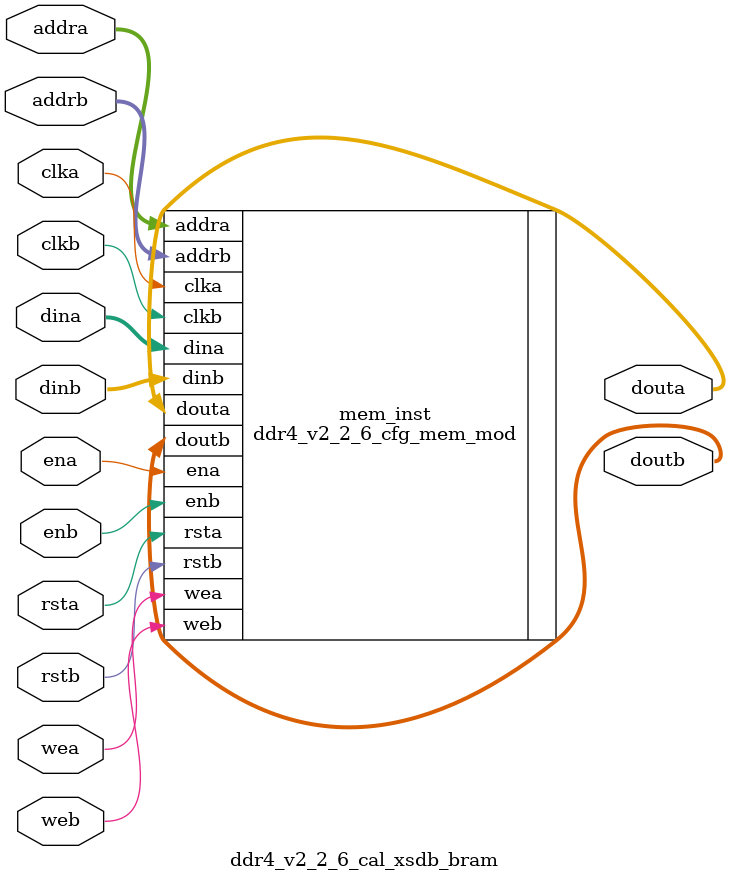
<source format=sv>
/******************************************************************************
// (c) Copyright 2013 - 2014 Xilinx, Inc. All rights reserved.
//
// This file contains confidential and proprietary information
// of Xilinx, Inc. and is protected under U.S. and
// international copyright and other intellectual property
// laws.
//
// DISCLAIMER
// This disclaimer is not a license and does not grant any
// rights to the materials distributed herewith. Except as
// otherwise provided in a valid license issued to you by
// Xilinx, and to the maximum extent permitted by applicable
// law: (1) THESE MATERIALS ARE MADE AVAILABLE "AS IS" AND
// WITH ALL FAULTS, AND XILINX HEREBY DISCLAIMS ALL WARRANTIES
// AND CONDITIONS, EXPRESS, IMPLIED, OR STATUTORY, INCLUDING
// BUT NOT LIMITED TO WARRANTIES OF MERCHANTABILITY, NON-
// INFRINGEMENT, OR FITNESS FOR ANY PARTICULAR PURPOSE; and
// (2) Xilinx shall not be liable (whether in contract or tort,
// including negligence, or under any other theory of
// liability) for any loss or damage of any kind or nature
// related to, arising under or in connection with these
// materials, including for any direct, or any indirect,
// special, incidental, or consequential loss or damage
// (including loss of data, profits, goodwill, or any type of
// loss or damage suffered as a result of any action brought
// by a third party) even if such damage or loss was
// reasonably foreseeable or Xilinx had been advised of the
// possibility of the same.
//
// CRITICAL APPLICATIONS
// Xilinx products are not designed or intended to be fail-
// safe, or for use in any application requiring fail-safe
// performance, such as life-support or safety devices or
// systems, Class III medical devices, nuclear facilities,
// applications related to the deployment of airbags, or any
// other applications that could lead to death, personal
// injury, or severe property or environmental damage
// (individually and collectively, "Critical
// Applications"). Customer assumes the sole risk and
// liability of any use of Xilinx products in Critical
// Applications, subject only to applicable laws and
// regulations governing limitations on product liability.
//
// THIS COPYRIGHT NOTICE AND DISCLAIMER MUST BE RETAINED AS
// PART OF THIS FILE AT ALL TIMES.
******************************************************************************/
//   ____  ____
//  /   /\/   /
// /___/  \  /    Vendor             : Xilinx
// \   \   \/     Version            : 2.0
//  \   \         Application        : MIG
//  /   /         Filename           : ddr4_v2_2_6_cal_xsdb_bram.sv
// /___/   /\     Date Last Modified : $Date: 2015/04/23 $
// \   \  /  \    Date Created       : Tue May 13 2014
//  \___\/\___\
//
// Device           : UltraScale
// Design Name      : DDR4 SDRAM & DDR3 SDRAM
// Purpose          :
//                   ddr4_v2_2_6_cal_xsdb_bram module
// Reference        :
// Revision History :
//*****************************************************************************
`timescale 1ns / 1ps

(* bram_map="yes" *)

module ddr4_v2_2_6_cal_xsdb_bram
    #(	
    
		parameter       	  MEM                        	  =  "DDR4"
		,parameter       	  DBYTES                     	  =  8 //4
		,parameter            START_ADDRESS                   =  18
		,parameter  		  SPREAD_SHEET_VERSION            =  2
		,parameter            RTL_VERSION                     =  0
		,parameter            MEM_CODE                        =  0
		,parameter  		  MEMORY_TYPE                     =  (MEM == "DDR4") ? 2 : 1
		,parameter            MEMORY_CONFIGURATION            =  1
		,parameter            MEMORY_VOLTAGE                  =  1
        ,parameter            CLKFBOUT_MULT_PLL               =  4
        ,parameter            DIVCLK_DIVIDE_PLL               =  1
        ,parameter            CLKOUT0_DIVIDE_PLL              =  1
        ,parameter            CLKFBOUT_MULT_MMCM              =  4
        ,parameter            DIVCLK_DIVIDE_MMCM              =  1
        ,parameter            CLKOUT0_DIVIDE_MMCM             =  4
		,parameter  		  DQBITS	                      =  64
		,parameter			  NIBBLE                          =  DQBITS/4
		,parameter  		  BITS_PER_BYTE                   =  8 //DQBITS/DBYTES
		,parameter  		  SLOTS                   =  1
		,parameter  		  ABITS                           =  10
		,parameter  		  BABITS                          =  2
		,parameter       	  BGBITS              	          =  2
		,parameter       	  CKEBITS                  		  =  4
		,parameter       	  CSBITS             	          =  4
		,parameter       	  ODTBITS                    	  =  4
		,parameter       	  DRAM_WIDTH                 	  =  8      // # of DQ per DQS
		,parameter       	  RANKS                      	  =  4 // 1      //1, 2, 3, or 4
		,parameter            S_HEIGHT                        =  1
		,parameter       	  nCK_PER_CLK                	  =  1      // # of memory CKs per fabric CLK
        ,parameter            tCK                             =  2000		
		,parameter       	  DM_DBI_SETTING             	  =  7     //// 3bits requried all 7
		,parameter            BISC_EN                         =  0
		,parameter       	  USE_CS_PORT             	      =  1     //// 1 bit
		,parameter            EXTRA_CMD_DELAY                 =  0     //// 1 bit
		,parameter            REG_CTRL_ON                     =  0     // RDIMM register control
		,parameter            CA_MIRROR                       =  0     //// 1 bit
		,parameter       	  DQS_GATE                   	  =  7
		,parameter       	  WRLVL                      	  =  7
		,parameter       	  RDLVL                      	  =  7
		,parameter       	  RDLVL_DBI                       =  7
		,parameter       	  WR_DQS_DQ                  	  =  7
		,parameter       	  WR_DQS_DM_DBI                   =  7
		,parameter            WRITE_LAT                       =  7
		,parameter       	  RDLVL_COMPLEX                   =  3     ///2 bits required all 3
		,parameter       	  WR_DQS_COMPLEX                  =  3     ///2 bits required all 3
		,parameter       	  DQS_TRACKING               	  =  3
		,parameter       	  RD_VREF                    	  =  3
		,parameter       	  RD_VREF_PATTERN                 =  3
		,parameter       	  WR_VREF                    	  =  3
		,parameter       	  WR_VREF_PATTERN                 =  3
		,parameter       	  DQS_SAMPLE_CNT             	  =  127
		,parameter       	  WRLVL_SAMPLE_CNT           	  =  255
		,parameter       	  RDLVL_SAMPLE_CNT           	  =  127
		,parameter       	  COMPLEX_LOOP_CNT           	  =  255
		,parameter       	  IODELAY_QTR_CK_TAP_CNT     	  =  255
		,parameter       	  DEBUG_MESSAGES     	          =  0
		,parameter         	  MR0                     		  =  13'b0000000110000
		,parameter         	  MR1                     		  =  13'b0000100000001 //RTT_NOM=RZQ/4 (60 Ohm)
		,parameter         	  MR2                     		  =  13'b0000000011000
		,parameter         	  MR3                     		  =  13'b0000000000000
		,parameter         	  MR4                     		  =  13'b0000000000000
		,parameter         	  MR5                     		  =  13'b0010000000000
		,parameter         	  MR6                     		  =  13'b0100000000000
		,parameter            ODTWR                           = 16'h0000
		,parameter            ODTRD                           = 16'h0000
		,parameter            SLOT0_CONFIG                    = 0     // all 9 bits
		,parameter            SLOT1_CONFIG                    = 0     // all 9 bits
		,parameter            SLOT0_FUNC_CS                   = 0     // all 9 bits
		,parameter            SLOT1_FUNC_CS                   = 0     // all 9 bits
		,parameter            SLOT0_ODD_CS                    = 0     // all 9 bits
		,parameter            SLOT1_ODD_CS                    = 0     // all 9 bits
		,parameter            DDR4_REG_RC03                   = 0     // all 9 bits
		,parameter            DDR4_REG_RC04                   = 0     // all 9 bits
		,parameter            DDR4_REG_RC05                   = 0     // all 9 bits
		,parameter            DDR4_REG_RC3X                   = 0     // all 9 bits
		
		,parameter         	  MR0_0                   		  =  MR0[8:0]
		,parameter         	  MR0_1                   		  =  {5'b0,MR0[12:9]}
		,parameter         	  MR1_0                   		  =  MR1[8:0]
		,parameter         	  MR1_1                   		  =  {5'b0,MR1[12:9]}
		,parameter         	  MR2_0                   	 	  =  MR2[8:0]
		,parameter         	  MR2_1                   		  =  {5'b0,MR2[12:9]}
		,parameter         	  MR3_0                   		  =  MR3[8:0]
		,parameter         	  MR3_1                   		  =  {5'b0,MR3[12:9]}
		,parameter         	  MR4_0                   		  =  MR4[8:0]
		,parameter         	  MR4_1                   		  =  {5'b0,MR4[12:9]}
		,parameter         	  MR5_0                   		  =  MR5[8:0]
		,parameter         	  MR5_1                   		  =  {5'b0,MR5[12:9]}
		,parameter         	  MR6_0                   		  =  MR6[8:0]
		,parameter         	  MR6_1                   		  =  {5'b0,MR6[12:9]}
  
       ,parameter NUM_BRAMS    = 1
	   ,parameter SIZE         = 36 * 1024 * NUM_BRAMS
    // Specify INITs as 9 bit blocks (256 locations per blockRAM)
       ,parameter ADDR_WIDTH   = 16
	   ,parameter DATA_WIDTH   = 9
       ,parameter PIPELINE_REG = 1 
    )
  (
	
		clka,
		clkb,
		ena,
		enb,
		addra,
		addrb,
		dina,
		dinb,
		douta,
		doutb,
		wea,
		web,
		rsta,
		rstb
);
input clka;
input clkb;
input ena;
input enb;
input [ADDR_WIDTH-1:0]addra;
input [ADDR_WIDTH-1:0]addrb;
input [DATA_WIDTH-1:0]dina;
input [DATA_WIDTH-1:0]dinb;
input wea;
input web;
input rsta;
input rstb;
output reg [DATA_WIDTH-1:0]douta;
output reg [DATA_WIDTH-1:0]doutb;


// Initial values to the BlockRam 0
localparam [8:0] mem0_init_0 = {4'b0,START_ADDRESS[4:0]};
localparam [8:0] mem0_init_1 = 9'b0;
localparam [8:0] mem0_init_2 = 9'b0;
localparam [8:0] mem0_init_3 = {5'b0,SPREAD_SHEET_VERSION[3:0]};
localparam [8:0] mem0_init_4 = {6'b0,MEMORY_TYPE[2:0]};
localparam [8:0] mem0_init_5 = {7'b0,RANKS[1:0]};
localparam [8:0] mem0_init_6 = DBYTES[8:0]; // MAN - repeats DBYTES parameter (may hardwire to BYTES for initial SW compatability)
localparam [8:0] mem0_init_7 = NIBBLE[8:0];
localparam [8:0] mem0_init_8 = BITS_PER_BYTE[8:0];
localparam [8:0] mem0_init_9 = 9'b1;
localparam [8:0] mem0_init_10 = 9'b1;
localparam [8:0] mem0_init_11 = 9'b1;
localparam [8:0] mem0_init_12 = SLOTS;
localparam [8:0] mem0_init_13 = 9'b0;
localparam [8:0] mem0_init_14 = 9'b0;
localparam [8:0] mem0_init_15 = 9'b0;
localparam [8:0] mem0_init_16 = 9'b0;
localparam [8:0] mem0_init_17 = 9'b0;
localparam [8:0] mem0_init_18 = RTL_VERSION[8:0];
localparam [8:0] mem0_init_19 = 9'b0;
localparam [8:0] mem0_init_20 = NUM_BRAMS[8:0];
localparam [8:0] mem0_init_21 = {BGBITS[1:0],BABITS[1:0],ABITS[4:0]};
localparam [8:0] mem0_init_22 = {ODTBITS[2:0],CSBITS[2:0],CKEBITS[2:0]};
localparam [8:0] mem0_init_23 = DBYTES[8:0];
localparam [8:0] mem0_init_24 = DRAM_WIDTH[8:0];
localparam [8:0] mem0_init_25 = {CA_MIRROR[0],REG_CTRL_ON[0],EXTRA_CMD_DELAY[0],USE_CS_PORT[0],BISC_EN[0],DM_DBI_SETTING[2:0],nCK_PER_CLK[0]};
localparam [8:0] mem0_init_26 = {RDLVL[2:0],WRLVL[2:0],DQS_GATE[2:0]};
localparam [8:0] mem0_init_27 = {WR_DQS_DM_DBI[2:0],WR_DQS_DQ[2:0],RDLVL_DBI[2:0]};
localparam [8:0] mem0_init_28 = {WR_DQS_COMPLEX[2:0],RDLVL_COMPLEX[2:0],WRITE_LAT[2:0]};
localparam [8:0] mem0_init_29 = {DEBUG_MESSAGES[0],RD_VREF_PATTERN[1:0],WR_VREF_PATTERN[1:0],RD_VREF[1:0],WR_VREF[1:0]};
localparam [8:0] mem0_init_30 = {7'b0,DQS_TRACKING[1:0]};
localparam [8:0] mem0_init_31 = DQS_SAMPLE_CNT[8:0];
localparam [8:0] mem0_init_32 = WRLVL_SAMPLE_CNT[8:0];
localparam [8:0] mem0_init_33 = RDLVL_SAMPLE_CNT[8:0];
localparam [8:0] mem0_init_34 = COMPLEX_LOOP_CNT[8:0];
localparam [8:0] mem0_init_35 = IODELAY_QTR_CK_TAP_CNT[8:0];
localparam [8:0] mem0_init_36 = {5'b0,S_HEIGHT[3:0]};
localparam [8:0] mem0_init_37 = 9'b0;
localparam [8:0] mem0_init_38 = 9'b0;
localparam [8:0] mem0_init_39 = 9'b0;
localparam [8:0] mem0_init_40 = {1'b0, ODTWR[7:0]};
localparam [8:0] mem0_init_41 = {1'b0, ODTWR[15:8]};
localparam [8:0] mem0_init_42 = {1'b0, ODTRD[7:0]};
localparam [8:0] mem0_init_43 = {1'b0, ODTRD[15:8]};
localparam [8:0] mem0_init_44 = SLOT0_CONFIG;
localparam [8:0] mem0_init_45 = SLOT1_CONFIG;
localparam [8:0] mem0_init_46 = SLOT0_FUNC_CS;
localparam [8:0] mem0_init_47 = SLOT1_FUNC_CS;
localparam [8:0] mem0_init_48 = SLOT0_ODD_CS;
localparam [8:0] mem0_init_49 = SLOT1_ODD_CS;
localparam [8:0] mem0_init_50 = DDR4_REG_RC03;
localparam [8:0] mem0_init_51 = DDR4_REG_RC04;
localparam [8:0] mem0_init_52 = DDR4_REG_RC05;
localparam [8:0] mem0_init_53 = DDR4_REG_RC3X;
localparam [8:0] mem0_init_54 = MR0_0[8:0];
localparam [8:0] mem0_init_55 = MR0_1[8:0];
localparam [8:0] mem0_init_56 = MR1_0[8:0];
localparam [8:0] mem0_init_57 = MR1_1[8:0];
localparam [8:0] mem0_init_58 = MR2_0[8:0];
localparam [8:0] mem0_init_59 = MR2_1[8:0];
localparam [8:0] mem0_init_60 = MR3_0[8:0];
localparam [8:0] mem0_init_61 = MR3_1[8:0];
localparam [8:0] mem0_init_62 = MR4_0[8:0];
localparam [8:0] mem0_init_63 = MR4_1[8:0];
localparam [8:0] mem0_init_64 = MR5_0[8:0];
localparam [8:0] mem0_init_65 = MR5_1[8:0];
localparam [8:0] mem0_init_66 = MR6_0[8:0];
localparam [8:0] mem0_init_67 = MR6_1[8:0];
localparam [8:0] mem0_init_68 = 9'b0;
localparam [8:0] mem0_init_69 = tCK[8:0];
localparam [8:0] mem0_init_70 = tCK[16:9];
localparam [8:0] mem0_init_71 = MEMORY_CONFIGURATION[8:0];
localparam [8:0] mem0_init_72 = MEMORY_VOLTAGE[8:0];
localparam [8:0] mem0_init_73 = CLKFBOUT_MULT_PLL[8:0];
localparam [8:0] mem0_init_74 = DIVCLK_DIVIDE_PLL[8:0];
localparam [8:0] mem0_init_75 = CLKFBOUT_MULT_MMCM[8:0];
localparam [8:0] mem0_init_76 = DIVCLK_DIVIDE_MMCM[8:0];
localparam [8:0] mem0_init_77 = 9'b0;
localparam [8:0] mem0_init_78 = 9'b0;
localparam [8:0] mem0_init_79 = 9'b0;
localparam [8:0] mem0_init_80 = 9'b0;
localparam [8:0] mem0_init_81 = 9'b0;
localparam [8:0] mem0_init_82 = 9'b0;
localparam [8:0] mem0_init_83 = 9'b0;
localparam [8:0] mem0_init_84 = 9'b0;
localparam [8:0] mem0_init_85 = 9'b0;
localparam [8:0] mem0_init_86 = 9'b0;
localparam [8:0] mem0_init_87 = 9'b0;
localparam [8:0] mem0_init_88 = 9'b0;
localparam [8:0] mem0_init_89 = 9'b0;
localparam [8:0] mem0_init_90 = 9'b0;
localparam [8:0] mem0_init_91 = 9'b0;
localparam [8:0] mem0_init_92 = 9'b0;
localparam [8:0] mem0_init_93 = 9'b0;
localparam [8:0] mem0_init_94 = 9'b0;
localparam [8:0] mem0_init_95 = 9'b0;
localparam [8:0] mem0_init_96 = 9'b0;
localparam [8:0] mem0_init_97 = 9'b0;
localparam [8:0] mem0_init_98 = 9'b0;
localparam [8:0] mem0_init_99 = 9'b0;
localparam [8:0] mem0_init_100 = 9'b0;
localparam [8:0] mem0_init_101 = 9'b0;
localparam [8:0] mem0_init_102 = 9'b0;
localparam [8:0] mem0_init_103 = 9'b0;
localparam [8:0] mem0_init_104 = 9'b0;
localparam [8:0] mem0_init_105 = 9'b0;
localparam [8:0] mem0_init_106 = 9'b0;
localparam [8:0] mem0_init_107 = 9'b0;
localparam [8:0] mem0_init_108 = 9'b0;
localparam [8:0] mem0_init_109 = 9'b0;
localparam [8:0] mem0_init_110 = 9'b0;
localparam [8:0] mem0_init_111 = 9'b0;
localparam [8:0] mem0_init_112 = 9'b0;
localparam [8:0] mem0_init_113 = 9'b0;
localparam [8:0] mem0_init_114 = 9'b0;
localparam [8:0] mem0_init_115 = 9'b0;
localparam [8:0] mem0_init_116 = 9'b0;
localparam [8:0] mem0_init_117 = 9'b0;
localparam [8:0] mem0_init_118 = 9'b0;
localparam [8:0] mem0_init_119 = 9'b0;
localparam [8:0] mem0_init_120 = 9'b0;
localparam [8:0] mem0_init_121 = 9'b0;
localparam [8:0] mem0_init_122 = 9'b0;
localparam [8:0] mem0_init_123 = 9'b0;
localparam [8:0] mem0_init_124 = 9'b0;
localparam [8:0] mem0_init_125 = 9'b0;
localparam [8:0] mem0_init_126 = 9'b0;
localparam [8:0] mem0_init_127 = 9'b0;
localparam [8:0] mem0_init_128 = 9'b0;
localparam [8:0] mem0_init_129 = 9'b0;
localparam [8:0] mem0_init_130 = 9'b0;
localparam [8:0] mem0_init_131 = 9'b0;
localparam [8:0] mem0_init_132 = 9'b0;
localparam [8:0] mem0_init_133 = 9'b0;
localparam [8:0] mem0_init_134 = 9'b0;
localparam [8:0] mem0_init_135 = 9'b0;
localparam [8:0] mem0_init_136 = 9'b0;
localparam [8:0] mem0_init_137 = 9'b0;
localparam [8:0] mem0_init_138 = 9'b0;
localparam [8:0] mem0_init_139 = 9'b0;
localparam [8:0] mem0_init_140 = 9'b0;
localparam [8:0] mem0_init_141 = 9'b0;
localparam [8:0] mem0_init_142 = 9'b0;
localparam [8:0] mem0_init_143 = 9'b0;
localparam [8:0] mem0_init_144 = 9'b0;
localparam [8:0] mem0_init_145 = 9'b0;
localparam [8:0] mem0_init_146 = 9'b0;
localparam [8:0] mem0_init_147 = 9'b0;
localparam [8:0] mem0_init_148 = 9'b0;
localparam [8:0] mem0_init_149 = 9'b0;
localparam [8:0] mem0_init_150 = 9'b0;
localparam [8:0] mem0_init_151 = 9'b0;
localparam [8:0] mem0_init_152 = 9'b0;
localparam [8:0] mem0_init_153 = 9'b0;
localparam [8:0] mem0_init_154 = 9'b0;
localparam [8:0] mem0_init_155 = 9'b0;
localparam [8:0] mem0_init_156 = 9'b0;
localparam [8:0] mem0_init_157 = 9'b0;
localparam [8:0] mem0_init_158 = 9'b0;
localparam [8:0] mem0_init_159 = 9'b0;
localparam [8:0] mem0_init_160 = 9'b0;
localparam [8:0] mem0_init_161 = 9'b0;
localparam [8:0] mem0_init_162 = 9'b0;
localparam [8:0] mem0_init_163 = 9'b0;
localparam [8:0] mem0_init_164 = 9'b0;
localparam [8:0] mem0_init_165 = 9'b0;
localparam [8:0] mem0_init_166 = 9'b0;
localparam [8:0] mem0_init_167 = 9'b0;
localparam [8:0] mem0_init_168 = 9'b0;
localparam [8:0] mem0_init_169 = 9'b0;
localparam [8:0] mem0_init_170 = 9'b0;
localparam [8:0] mem0_init_171 = 9'b0;
localparam [8:0] mem0_init_172 = 9'b0;
localparam [8:0] mem0_init_173 = 9'b0;
localparam [8:0] mem0_init_174 = 9'b0;
localparam [8:0] mem0_init_175 = 9'b0;
localparam [8:0] mem0_init_176 = 9'b0;
localparam [8:0] mem0_init_177 = 9'b0;
localparam [8:0] mem0_init_178 = 9'b0;
localparam [8:0] mem0_init_179 = 9'b0;
localparam [8:0] mem0_init_180 = 9'b0;
localparam [8:0] mem0_init_181 = 9'b0;
localparam [8:0] mem0_init_182 = 9'b0;
localparam [8:0] mem0_init_183 = 9'b0;
localparam [8:0] mem0_init_184 = 9'b0;
localparam [8:0] mem0_init_185 = 9'b0;
localparam [8:0] mem0_init_186 = 9'b0;
localparam [8:0] mem0_init_187 = 9'b0;
localparam [8:0] mem0_init_188 = 9'b0;
localparam [8:0] mem0_init_189 = 9'b0;
localparam [8:0] mem0_init_190 = 9'b0;
localparam [8:0] mem0_init_191 = 9'b0;
localparam [8:0] mem0_init_192 = 9'b0;
localparam [8:0] mem0_init_193 = 9'b0;
localparam [8:0] mem0_init_194 = 9'b0;
localparam [8:0] mem0_init_195 = 9'b0;
localparam [8:0] mem0_init_196 = 9'b0;
localparam [8:0] mem0_init_197 = 9'b0;
localparam [8:0] mem0_init_198 = 9'b0;
localparam [8:0] mem0_init_199 = 9'b0;
localparam [8:0] mem0_init_200 = 9'b0;
localparam [8:0] mem0_init_201 = 9'b0;
localparam [8:0] mem0_init_202 = 9'b0;
localparam [8:0] mem0_init_203 = 9'b0;
localparam [8:0] mem0_init_204 = 9'b0;
localparam [8:0] mem0_init_205 = 9'b0;
localparam [8:0] mem0_init_206 = 9'b0;
localparam [8:0] mem0_init_207 = 9'b0;
localparam [8:0] mem0_init_208 = 9'b0;
localparam [8:0] mem0_init_209 = 9'b0;
localparam [8:0] mem0_init_210 = 9'b0;
localparam [8:0] mem0_init_211 = 9'b0;
localparam [8:0] mem0_init_212 = 9'b0;
localparam [8:0] mem0_init_213 = 9'b0;
localparam [8:0] mem0_init_214 = 9'b0;
localparam [8:0] mem0_init_215 = 9'b0;
localparam [8:0] mem0_init_216 = 9'b0;
localparam [8:0] mem0_init_217 = 9'b0;
localparam [8:0] mem0_init_218 = 9'b0;
localparam [8:0] mem0_init_219 = 9'b0;
localparam [8:0] mem0_init_220 = 9'b0;
localparam [8:0] mem0_init_221 = 9'b0;
localparam [8:0] mem0_init_222 = 9'b0;
localparam [8:0] mem0_init_223 = 9'b0;
localparam [8:0] mem0_init_224 = 9'b0;
localparam [8:0] mem0_init_225 = 9'b0;
localparam [8:0] mem0_init_226 = 9'b0;
localparam [8:0] mem0_init_227 = 9'b0;
localparam [8:0] mem0_init_228 = 9'b0;
localparam [8:0] mem0_init_229 = 9'b0;
localparam [8:0] mem0_init_230 = 9'b0;
localparam [8:0] mem0_init_231 = 9'b0;
localparam [8:0] mem0_init_232 = 9'b0;
localparam [8:0] mem0_init_233 = 9'b0;
localparam [8:0] mem0_init_234 = 9'b0;
localparam [8:0] mem0_init_235 = 9'b0;
localparam [8:0] mem0_init_236 = 9'b0;
localparam [8:0] mem0_init_237 = 9'b0;
localparam [8:0] mem0_init_238 = 9'b0;
localparam [8:0] mem0_init_239 = 9'b0;
localparam [8:0] mem0_init_240 = 9'b0;
localparam [8:0] mem0_init_241 = 9'b0;
localparam [8:0] mem0_init_242 = 9'b0;
localparam [8:0] mem0_init_243 = 9'b0;
localparam [8:0] mem0_init_244 = 9'b0;
localparam [8:0] mem0_init_245 = 9'b0;
localparam [8:0] mem0_init_246 = 9'b0;
localparam [8:0] mem0_init_247 = 9'b0;
localparam [8:0] mem0_init_248 = 9'b0;
localparam [8:0] mem0_init_249 = 9'b0;
localparam [8:0] mem0_init_250 = 9'b0;
localparam [8:0] mem0_init_251 = 9'b0;
localparam [8:0] mem0_init_252 = 9'b0;
localparam [8:0] mem0_init_253 = 9'b0;
localparam [8:0] mem0_init_254 = 9'b0;
localparam [8:0] mem0_init_255 = 9'b0;

localparam [256*9-1:0] INIT_BRAM0 = {mem0_init_255,mem0_init_254,mem0_init_253,mem0_init_252,mem0_init_251,mem0_init_250,mem0_init_249,mem0_init_248,mem0_init_247,mem0_init_246,mem0_init_245,mem0_init_244,mem0_init_243,mem0_init_242,mem0_init_241,mem0_init_240,mem0_init_239,mem0_init_238,mem0_init_237,mem0_init_236,mem0_init_235,mem0_init_234,mem0_init_233,mem0_init_232,mem0_init_231,mem0_init_230,mem0_init_229,mem0_init_228,mem0_init_227,mem0_init_226,mem0_init_225,mem0_init_224,mem0_init_223,mem0_init_222,mem0_init_221,mem0_init_220,mem0_init_219,mem0_init_218,mem0_init_217,mem0_init_216,mem0_init_215,mem0_init_214,mem0_init_213,mem0_init_212,mem0_init_211,mem0_init_210,mem0_init_209,mem0_init_208,mem0_init_207,mem0_init_206,mem0_init_205,mem0_init_204,mem0_init_203,mem0_init_202,mem0_init_201,mem0_init_200,mem0_init_199,mem0_init_198,mem0_init_197,mem0_init_196,mem0_init_195,mem0_init_194,mem0_init_193,mem0_init_192,mem0_init_191,mem0_init_190,mem0_init_189,mem0_init_188,mem0_init_187,mem0_init_186,mem0_init_185,mem0_init_184,mem0_init_183,mem0_init_182,mem0_init_181,mem0_init_180,mem0_init_179,mem0_init_178,mem0_init_177,mem0_init_176,mem0_init_175,mem0_init_174,mem0_init_173,mem0_init_172,mem0_init_171,mem0_init_170,mem0_init_169,mem0_init_168,mem0_init_167,mem0_init_166,mem0_init_165,mem0_init_164,mem0_init_163,mem0_init_162,mem0_init_161,mem0_init_160,mem0_init_159,mem0_init_158,mem0_init_157,mem0_init_156,mem0_init_155,mem0_init_154,mem0_init_153,mem0_init_152,mem0_init_151,mem0_init_150,mem0_init_149,mem0_init_148,mem0_init_147,mem0_init_146,mem0_init_145,mem0_init_144,mem0_init_143,mem0_init_142,mem0_init_141,mem0_init_140,mem0_init_139,mem0_init_138,mem0_init_137,mem0_init_136,mem0_init_135,mem0_init_134,mem0_init_133,mem0_init_132,mem0_init_131,mem0_init_130,mem0_init_129,mem0_init_128,mem0_init_127,mem0_init_126,mem0_init_125,mem0_init_124,mem0_init_123,mem0_init_122,mem0_init_121,mem0_init_120,mem0_init_119,mem0_init_118,mem0_init_117,mem0_init_116,mem0_init_115,mem0_init_114,mem0_init_113,mem0_init_112,mem0_init_111,mem0_init_110,mem0_init_109,mem0_init_108,mem0_init_107,mem0_init_106,mem0_init_105,mem0_init_104,mem0_init_103,mem0_init_102,mem0_init_101,mem0_init_100,mem0_init_99,mem0_init_98,mem0_init_97,mem0_init_96,mem0_init_95,mem0_init_94,mem0_init_93,mem0_init_92,mem0_init_91,mem0_init_90,mem0_init_89,mem0_init_88,mem0_init_87,mem0_init_86,mem0_init_85,mem0_init_84,mem0_init_83,mem0_init_82,mem0_init_81,mem0_init_80,mem0_init_79,mem0_init_78,mem0_init_77,mem0_init_76,mem0_init_75,mem0_init_74,mem0_init_73,mem0_init_72,mem0_init_71,mem0_init_70,mem0_init_69,mem0_init_68,mem0_init_67,mem0_init_66,mem0_init_65,mem0_init_64,mem0_init_63,mem0_init_62,mem0_init_61,mem0_init_60,mem0_init_59,mem0_init_58,mem0_init_57,mem0_init_56,mem0_init_55,mem0_init_54,mem0_init_53,mem0_init_52,mem0_init_51,mem0_init_50,mem0_init_49,mem0_init_48,mem0_init_47,mem0_init_46,mem0_init_45,mem0_init_44,mem0_init_43,mem0_init_42,mem0_init_41,mem0_init_40,mem0_init_39,mem0_init_38,mem0_init_37,mem0_init_36,mem0_init_35,mem0_init_34,mem0_init_33,mem0_init_32,mem0_init_31,mem0_init_30,mem0_init_29,mem0_init_28,mem0_init_27,mem0_init_26,mem0_init_25,mem0_init_24,mem0_init_23,mem0_init_22,mem0_init_21,mem0_init_20,mem0_init_19,mem0_init_18,mem0_init_17,mem0_init_16,mem0_init_15,mem0_init_14,mem0_init_13,mem0_init_12,mem0_init_11,mem0_init_10,mem0_init_9,mem0_init_8,mem0_init_7,mem0_init_6,mem0_init_5,mem0_init_4,mem0_init_3,mem0_init_2,mem0_init_1,mem0_init_0};

// Populate INIT's for rest of BlockRAMs if required
localparam [256*9*NUM_BRAMS-1:0] INIT = ( NUM_BRAMS == 1 ) ? INIT_BRAM0 : ( NUM_BRAMS == 2 ) ? {2304'b0 ,INIT_BRAM0} : {{2{2304'b0}} ,INIT_BRAM0};

ddr4_v2_2_6_cfg_mem_mod # (
               .SIZE(SIZE),
               .INIT(INIT),
               .ADDR_WIDTH(ADDR_WIDTH),
               .DATA_WIDTH(9),
               .PIPELINE_REG(PIPELINE_REG)
              )
     mem_inst (
                .clka(clka),
                .clkb(clkb),
                .ena(ena),
                .enb(enb),
                .addra(addra),
                .addrb(addrb),
                .dina(dina),
                .dinb(dinb),
                .wea(wea),
                .web(web),
                .rsta(rsta),
                .rstb(rstb),
                .douta(douta),
                .doutb(doutb)
               );

endmodule


</source>
